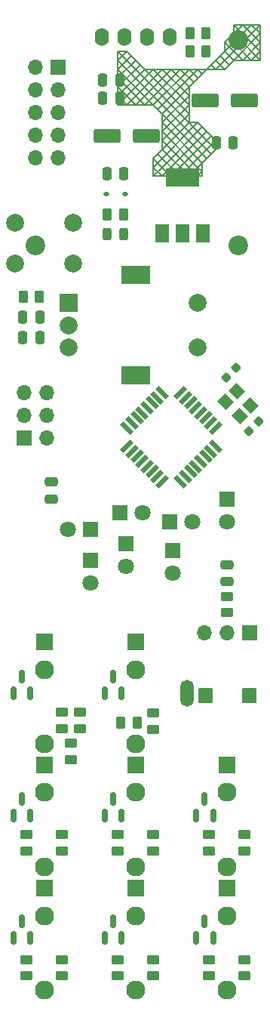
<source format=gbs>
G04 #@! TF.GenerationSoftware,KiCad,Pcbnew,8.0.5*
G04 #@! TF.CreationDate,2024-11-11T16:03:41-05:00*
G04 #@! TF.ProjectId,main,6d61696e-2e6b-4696-9361-645f70636258,rev?*
G04 #@! TF.SameCoordinates,Original*
G04 #@! TF.FileFunction,Soldermask,Bot*
G04 #@! TF.FilePolarity,Negative*
%FSLAX46Y46*%
G04 Gerber Fmt 4.6, Leading zero omitted, Abs format (unit mm)*
G04 Created by KiCad (PCBNEW 8.0.5) date 2024-11-11 16:03:41*
%MOMM*%
%LPD*%
G01*
G04 APERTURE LIST*
G04 Aperture macros list*
%AMRoundRect*
0 Rectangle with rounded corners*
0 $1 Rounding radius*
0 $2 $3 $4 $5 $6 $7 $8 $9 X,Y pos of 4 corners*
0 Add a 4 corners polygon primitive as box body*
4,1,4,$2,$3,$4,$5,$6,$7,$8,$9,$2,$3,0*
0 Add four circle primitives for the rounded corners*
1,1,$1+$1,$2,$3*
1,1,$1+$1,$4,$5*
1,1,$1+$1,$6,$7*
1,1,$1+$1,$8,$9*
0 Add four rect primitives between the rounded corners*
20,1,$1+$1,$2,$3,$4,$5,0*
20,1,$1+$1,$4,$5,$6,$7,0*
20,1,$1+$1,$6,$7,$8,$9,0*
20,1,$1+$1,$8,$9,$2,$3,0*%
%AMRotRect*
0 Rectangle, with rotation*
0 The origin of the aperture is its center*
0 $1 length*
0 $2 width*
0 $3 Rotation angle, in degrees counterclockwise*
0 Add horizontal line*
21,1,$1,$2,0,0,$3*%
G04 Aperture macros list end*
%ADD10C,0.150000*%
%ADD11C,0.200000*%
%ADD12R,1.930000X1.830000*%
%ADD13C,2.130000*%
%ADD14O,1.500000X3.000000*%
%ADD15R,1.800000X1.800000*%
%ADD16C,1.800000*%
%ADD17C,2.200000*%
%ADD18O,1.600000X2.000000*%
%ADD19R,2.000000X2.000000*%
%ADD20C,2.000000*%
%ADD21R,3.200000X2.000000*%
%ADD22R,1.700000X1.700000*%
%ADD23O,1.700000X1.700000*%
%ADD24RoundRect,0.250000X0.450000X-0.262500X0.450000X0.262500X-0.450000X0.262500X-0.450000X-0.262500X0*%
%ADD25RoundRect,0.243750X-0.243750X-0.456250X0.243750X-0.456250X0.243750X0.456250X-0.243750X0.456250X0*%
%ADD26RoundRect,0.250000X0.262500X0.450000X-0.262500X0.450000X-0.262500X-0.450000X0.262500X-0.450000X0*%
%ADD27RoundRect,0.150000X0.150000X-0.587500X0.150000X0.587500X-0.150000X0.587500X-0.150000X-0.587500X0*%
%ADD28RoundRect,0.250000X0.475000X-0.250000X0.475000X0.250000X-0.475000X0.250000X-0.475000X-0.250000X0*%
%ADD29RotRect,1.600000X0.550000X225.000000*%
%ADD30RotRect,1.600000X0.550000X135.000000*%
%ADD31RoundRect,0.225000X0.017678X-0.335876X0.335876X-0.017678X-0.017678X0.335876X-0.335876X0.017678X0*%
%ADD32RoundRect,0.250000X-0.262500X-0.450000X0.262500X-0.450000X0.262500X0.450000X-0.262500X0.450000X0*%
%ADD33R,1.500000X2.000000*%
%ADD34R,3.800000X2.000000*%
%ADD35RoundRect,0.250000X0.250000X0.475000X-0.250000X0.475000X-0.250000X-0.475000X0.250000X-0.475000X0*%
%ADD36RoundRect,0.250000X-0.250000X-0.475000X0.250000X-0.475000X0.250000X0.475000X-0.250000X0.475000X0*%
%ADD37RoundRect,0.250000X-0.475000X0.250000X-0.475000X-0.250000X0.475000X-0.250000X0.475000X0.250000X0*%
%ADD38RoundRect,0.250000X-1.250000X-0.550000X1.250000X-0.550000X1.250000X0.550000X-1.250000X0.550000X0*%
%ADD39RotRect,1.400000X1.200000X315.000000*%
%ADD40RoundRect,0.250000X1.250000X0.550000X-1.250000X0.550000X-1.250000X-0.550000X1.250000X-0.550000X0*%
%ADD41RoundRect,0.112500X0.187500X0.112500X-0.187500X0.112500X-0.187500X-0.112500X0.187500X-0.112500X0*%
G04 APERTURE END LIST*
D10*
X35000000Y-29000000D02*
X33000000Y-27000000D01*
X38000000Y-32000000D02*
X41000000Y-29000000D01*
X38000000Y-36000000D02*
X42500000Y-31500000D01*
X37000000Y-29000000D02*
X33000000Y-29000000D01*
X33000000Y-24000000D02*
X34000000Y-23000000D01*
X36000000Y-29000000D02*
X40000000Y-25000000D01*
X41000000Y-37000000D02*
X42000000Y-36000000D01*
X49000000Y-23000000D02*
X48000000Y-24000000D01*
X36000000Y-25000000D02*
X34237712Y-23237712D01*
X34000000Y-29000000D02*
X33000000Y-28000000D01*
X36000000Y-25000000D02*
X41000000Y-30000000D01*
X33000000Y-29000000D02*
X33000000Y-23000000D01*
X49000000Y-24000000D02*
X46000000Y-24000000D01*
X43000000Y-35000000D02*
X42000000Y-36000000D01*
X42000000Y-36000000D02*
X38000000Y-32000000D01*
X43500000Y-34500000D02*
X33000000Y-24000000D01*
X38000000Y-37000000D02*
X43000000Y-32000000D01*
X34000000Y-23000000D02*
X34237712Y-23237712D01*
X42000000Y-36000000D02*
X42500000Y-36500000D01*
X39000000Y-25000000D02*
X41000000Y-27000000D01*
X46000000Y-20000000D02*
X49000000Y-20000000D01*
D11*
X42100000Y-94500000D02*
X43600000Y-94500000D01*
X43600000Y-96000000D01*
X42100000Y-96000000D01*
X42100000Y-94500000D01*
G36*
X42100000Y-94500000D02*
G01*
X43600000Y-94500000D01*
X43600000Y-96000000D01*
X42100000Y-96000000D01*
X42100000Y-94500000D01*
G37*
D10*
X33000000Y-27000000D02*
X35500000Y-24500000D01*
X41500000Y-26500000D02*
X40000000Y-25000000D01*
X33000000Y-28000000D02*
X36000000Y-25000000D01*
X46000000Y-20000000D02*
X46000000Y-21000000D01*
X38000000Y-30000000D02*
X37000000Y-29000000D01*
X42000000Y-26000000D02*
X41000000Y-25000000D01*
X49000000Y-22000000D02*
X47000000Y-20000000D01*
X41000000Y-28000000D02*
X41000000Y-31000000D01*
X38000000Y-25000000D02*
X41000000Y-28000000D01*
X43000000Y-32000000D02*
X44000000Y-33000000D01*
X36000000Y-29000000D02*
X33000000Y-26000000D01*
X40000000Y-37000000D02*
X37500000Y-34500000D01*
X38000000Y-33000000D02*
X41000000Y-30000000D01*
X41000000Y-30000000D02*
X38000000Y-33000000D01*
X45000000Y-25000000D02*
X44000000Y-25000000D01*
X44000000Y-34000000D02*
X43000000Y-35000000D01*
X44000000Y-25000000D02*
X43000000Y-25000000D01*
X47000000Y-24000000D02*
X45000000Y-22000000D01*
X44000000Y-33000000D02*
X44000000Y-34000000D01*
X37000000Y-37000000D02*
X38000000Y-36000000D01*
X43500000Y-32500000D02*
X39000000Y-37000000D01*
D11*
X47000000Y-94500000D02*
X48500000Y-94500000D01*
X48500000Y-96000000D01*
X47000000Y-96000000D01*
X47000000Y-94500000D01*
G36*
X47000000Y-94500000D02*
G01*
X48500000Y-94500000D01*
X48500000Y-96000000D01*
X47000000Y-96000000D01*
X47000000Y-94500000D01*
G37*
D10*
X35000000Y-29000000D02*
X39000000Y-25000000D01*
X49000000Y-21000000D02*
X46000000Y-24000000D01*
X46000000Y-24000000D02*
X45000000Y-25000000D01*
X42500000Y-37000000D02*
X42000000Y-37000000D01*
X38000000Y-33000000D02*
X42000000Y-37000000D01*
X38000000Y-37000000D02*
X37000000Y-36000000D01*
X33000000Y-29000000D02*
X37000000Y-25000000D01*
X44000000Y-25000000D02*
X43500000Y-24500000D01*
X46000000Y-22000000D02*
X45500000Y-21500000D01*
X40000000Y-37000000D02*
X44000000Y-33000000D01*
X42000000Y-37000000D02*
X38000000Y-33000000D01*
X38000000Y-36000000D02*
X37000000Y-35000000D01*
X48000000Y-20000000D02*
X38000000Y-30000000D01*
X42000000Y-37000000D02*
X42500000Y-36500000D01*
X41000000Y-28000000D02*
X38000000Y-25000000D01*
X37000000Y-37000000D02*
X37000000Y-35000000D01*
X33000000Y-23000000D02*
X34000000Y-23000000D01*
X38000000Y-34000000D02*
X41000000Y-31000000D01*
X43000000Y-25000000D02*
X36000000Y-25000000D01*
X42500000Y-35500000D02*
X38000000Y-31000000D01*
X49000000Y-24000000D02*
X46000000Y-21000000D01*
X46000000Y-20000000D02*
X49000000Y-23000000D01*
X43000000Y-32000000D02*
X42000000Y-31000000D01*
X33000000Y-23000000D02*
X44000000Y-34000000D01*
X42000000Y-31000000D02*
X37500000Y-35500000D01*
X38000000Y-31000000D02*
X41000000Y-28000000D01*
X46000000Y-24000000D02*
X45000000Y-23000000D01*
X48000000Y-24000000D02*
X46000000Y-22000000D01*
X42500000Y-35500000D02*
X42500000Y-37000000D01*
X49000000Y-21000000D02*
X48000000Y-20000000D01*
X41000000Y-27000000D02*
X41000000Y-30000000D01*
X41000000Y-37000000D02*
X38000000Y-34000000D01*
X45000000Y-23000000D02*
X45000000Y-22000000D01*
X33000000Y-25000000D02*
X34495508Y-23504492D01*
X43000000Y-35000000D02*
X33000000Y-25000000D01*
X41000000Y-28000000D02*
X41000000Y-27000000D01*
X45000000Y-22000000D02*
X46000000Y-21000000D01*
X37000000Y-35000000D02*
X38000000Y-34000000D01*
X39000000Y-37000000D02*
X38000000Y-36000000D01*
X34000000Y-29000000D02*
X38000000Y-25000000D01*
X49000000Y-22000000D02*
X47000000Y-24000000D01*
X42000000Y-25000000D02*
X42500000Y-25500000D01*
X42000000Y-37000000D02*
X38000000Y-37000000D01*
X49000000Y-23000000D02*
X46000000Y-20000000D01*
X37000000Y-25000000D02*
X41000000Y-29000000D01*
X49000000Y-20000000D02*
X44000000Y-25000000D01*
X38000000Y-34000000D02*
X38000000Y-30000000D01*
X37500000Y-29500000D02*
X42000000Y-25000000D01*
X41000000Y-29000000D02*
X38000000Y-32000000D01*
X45000000Y-24000000D02*
X44500000Y-23500000D01*
X41000000Y-30000000D02*
X36000000Y-25000000D01*
X49000000Y-24000000D02*
X49000000Y-20000000D01*
X45500000Y-24500000D02*
X45000000Y-24000000D01*
X42000000Y-37000000D02*
X38000000Y-33000000D01*
X38000000Y-37000000D02*
X37000000Y-37000000D01*
X46000000Y-21000000D02*
X47000000Y-20000000D01*
X37500000Y-35500000D02*
X37000000Y-36000000D01*
X45000000Y-25000000D02*
X44000000Y-24000000D01*
X33000000Y-26000000D02*
X35000000Y-24000000D01*
X42000000Y-31000000D02*
X41000000Y-31000000D01*
X37000000Y-29000000D02*
X41000000Y-25000000D01*
D12*
X35000000Y-116850000D03*
D13*
X35000000Y-128250000D03*
X35000000Y-119950000D03*
D12*
X35000000Y-103000000D03*
D13*
X35000000Y-114400000D03*
X35000000Y-106100000D03*
D14*
X40800000Y-95000000D03*
D15*
X29925000Y-76600000D03*
D16*
X27385000Y-76600000D03*
D15*
X29900000Y-80075000D03*
D16*
X29900000Y-82615000D03*
D15*
X45250000Y-73175000D03*
D16*
X45250000Y-75715000D03*
D17*
X46500000Y-44750000D03*
D18*
X31200000Y-21400000D03*
X33740000Y-21400000D03*
X36280000Y-21400000D03*
X38820000Y-21400000D03*
D12*
X45300000Y-103000000D03*
D13*
X45300000Y-114400000D03*
X45300000Y-106100000D03*
D12*
X24750000Y-103000000D03*
D13*
X24750000Y-114400000D03*
X24750000Y-106100000D03*
D17*
X46500000Y-21750000D03*
D15*
X39200000Y-78925000D03*
D16*
X39200000Y-81465000D03*
D19*
X27500000Y-51200000D03*
D20*
X27500000Y-56200000D03*
X27500000Y-53700000D03*
D21*
X35000000Y-48100000D03*
X35000000Y-59300000D03*
D20*
X42000000Y-56200000D03*
X42000000Y-51200000D03*
D12*
X45300000Y-116850000D03*
D13*
X45300000Y-128250000D03*
X45300000Y-119950000D03*
D17*
X23750000Y-44750000D03*
D12*
X35000000Y-89200000D03*
D13*
X35000000Y-100600000D03*
X35000000Y-92300000D03*
D15*
X33950000Y-78175000D03*
D16*
X33950000Y-80715000D03*
D15*
X33275000Y-74750000D03*
D16*
X35815000Y-74750000D03*
D22*
X47830000Y-88170000D03*
D23*
X45290000Y-88170000D03*
X42750000Y-88170000D03*
D12*
X24750000Y-116850000D03*
D13*
X24750000Y-128250000D03*
X24750000Y-119950000D03*
D15*
X38825000Y-75750000D03*
D16*
X41365000Y-75750000D03*
D12*
X24750000Y-89200000D03*
D13*
X24750000Y-100600000D03*
X24750000Y-92300000D03*
D24*
X22750000Y-126662500D03*
X22750000Y-124837500D03*
X37000000Y-126662500D03*
X37000000Y-124837500D03*
D25*
X31812500Y-43500000D03*
X33687500Y-43500000D03*
D26*
X35162500Y-98250000D03*
X33337500Y-98250000D03*
D24*
X28750000Y-98912500D03*
X28750000Y-97087500D03*
D27*
X33450000Y-108687500D03*
X31550000Y-108687500D03*
X32500000Y-106812500D03*
D24*
X43250000Y-126662500D03*
X43250000Y-124837500D03*
X37000000Y-99000000D03*
X37000000Y-97175000D03*
D27*
X33450000Y-94937500D03*
X31550000Y-94937500D03*
X32500000Y-93062500D03*
D28*
X45250000Y-82450000D03*
X45250000Y-80550000D03*
D29*
X40025305Y-61264897D03*
X40590990Y-61830583D03*
X41156676Y-62396268D03*
X41722361Y-62961953D03*
X42288047Y-63527639D03*
X42853732Y-64093324D03*
X43419417Y-64659010D03*
X43985103Y-65224695D03*
D30*
X43985103Y-67275305D03*
X43419417Y-67840990D03*
X42853732Y-68406676D03*
X42288047Y-68972361D03*
X41722361Y-69538047D03*
X41156676Y-70103732D03*
X40590990Y-70669417D03*
X40025305Y-71235103D03*
D29*
X37974695Y-71235103D03*
X37409010Y-70669417D03*
X36843324Y-70103732D03*
X36277639Y-69538047D03*
X35711953Y-68972361D03*
X35146268Y-68406676D03*
X34580583Y-67840990D03*
X34014897Y-67275305D03*
D30*
X34014897Y-65224695D03*
X34580583Y-64659010D03*
X35146268Y-64093324D03*
X35711953Y-63527639D03*
X36277639Y-62961953D03*
X36843324Y-62396268D03*
X37409010Y-61830583D03*
X37974695Y-61264897D03*
D31*
X45201992Y-59548008D03*
X46298008Y-58451992D03*
D24*
X22750000Y-112662500D03*
X22750000Y-110837500D03*
D22*
X22510000Y-66380000D03*
D23*
X25050000Y-66380000D03*
X22510000Y-63840000D03*
X25050000Y-63840000D03*
X22510000Y-61300000D03*
X25050000Y-61300000D03*
D27*
X43700000Y-122437500D03*
X41800000Y-122437500D03*
X42750000Y-120562500D03*
D24*
X47250000Y-112662500D03*
X47250000Y-110837500D03*
X37000000Y-112662500D03*
X37000000Y-110837500D03*
D32*
X41087500Y-23000000D03*
X42912500Y-23000000D03*
D26*
X33662500Y-41250000D03*
X31837500Y-41250000D03*
D33*
X42550000Y-43400000D03*
X40250000Y-43400000D03*
D34*
X40250000Y-37100000D03*
D33*
X37950000Y-43400000D03*
D24*
X26750000Y-112662500D03*
X26750000Y-110837500D03*
X26750000Y-98912500D03*
X26750000Y-97087500D03*
D35*
X33200000Y-28250000D03*
X31300000Y-28250000D03*
D36*
X22350000Y-55100000D03*
X24250000Y-55100000D03*
D24*
X45250000Y-85912500D03*
X45250000Y-84087500D03*
X43250000Y-112662500D03*
X43250000Y-110837500D03*
D27*
X33450000Y-122437500D03*
X31550000Y-122437500D03*
X32500000Y-120562500D03*
D37*
X25500000Y-71300000D03*
X25500000Y-73200000D03*
D27*
X43700000Y-108687500D03*
X41800000Y-108687500D03*
X42750000Y-106812500D03*
D32*
X22387500Y-50500000D03*
X24212500Y-50500000D03*
D36*
X44050000Y-33250000D03*
X45950000Y-33250000D03*
D24*
X33000000Y-126662500D03*
X33000000Y-124837500D03*
D27*
X23200000Y-94937500D03*
X21300000Y-94937500D03*
X22250000Y-93062500D03*
D38*
X42800000Y-28500000D03*
X47200000Y-28500000D03*
D24*
X27750000Y-102412500D03*
X27750000Y-100587500D03*
X33000000Y-112662500D03*
X33000000Y-110837500D03*
D35*
X24250000Y-52800000D03*
X22350000Y-52800000D03*
D39*
X46323223Y-61121142D03*
X47878858Y-62676777D03*
X46676777Y-63878858D03*
X45121142Y-62323223D03*
D27*
X23200000Y-122437500D03*
X21300000Y-122437500D03*
X22250000Y-120562500D03*
D31*
X47701992Y-65548008D03*
X48798008Y-64451992D03*
D40*
X36200000Y-32500000D03*
X31800000Y-32500000D03*
D22*
X26300000Y-24760000D03*
D23*
X23760000Y-24760000D03*
X26300000Y-27300000D03*
X23760000Y-27300000D03*
X26300000Y-29840000D03*
X23760000Y-29840000D03*
X26300000Y-32380000D03*
X23760000Y-32380000D03*
X26300000Y-34920000D03*
X23760000Y-34920000D03*
D35*
X33200000Y-26250000D03*
X31300000Y-26250000D03*
D41*
X33800000Y-39000000D03*
X31700000Y-39000000D03*
D20*
X28000000Y-42250000D03*
X21500000Y-42250000D03*
X28000000Y-46750000D03*
X21500000Y-46750000D03*
D32*
X41087500Y-21000000D03*
X42912500Y-21000000D03*
D27*
X23200000Y-108687500D03*
X21300000Y-108687500D03*
X22250000Y-106812500D03*
D35*
X33700000Y-36750000D03*
X31800000Y-36750000D03*
D24*
X47250000Y-126662500D03*
X47250000Y-124837500D03*
X26750000Y-126662500D03*
X26750000Y-124837500D03*
M02*

</source>
